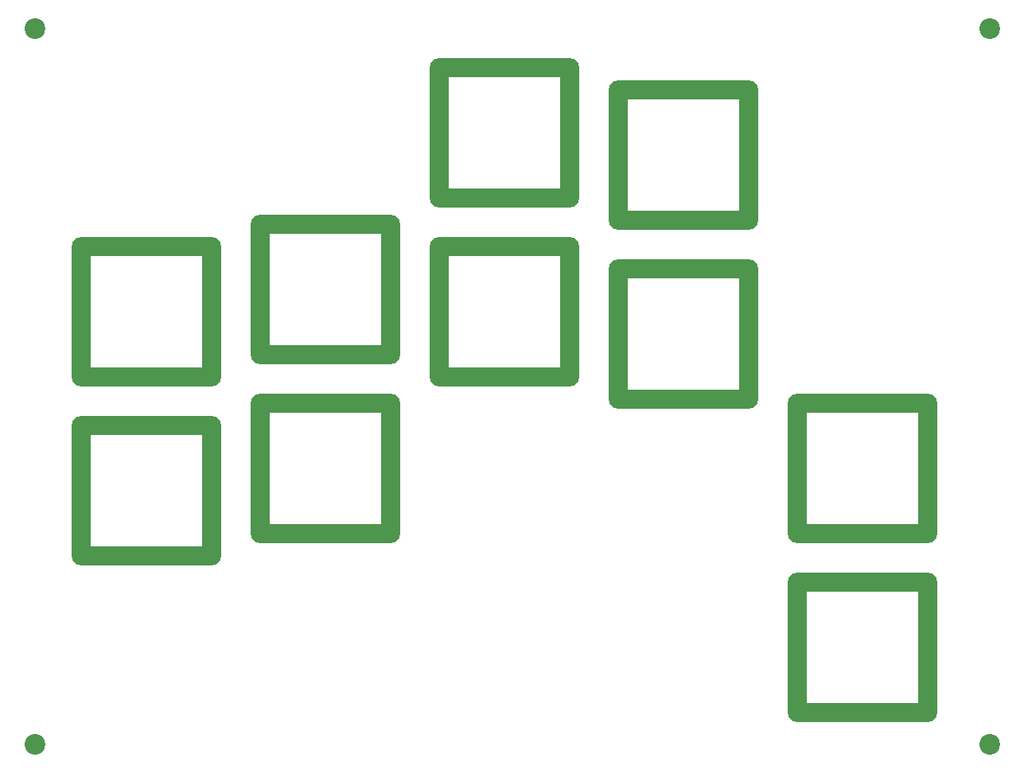
<source format=gbr>
%TF.GenerationSoftware,KiCad,Pcbnew,7.0.9*%
%TF.CreationDate,2023-11-17T20:14:56+09:00*%
%TF.ProjectId,Assemble,41737365-6d62-46c6-952e-6b696361645f,rev?*%
%TF.SameCoordinates,Original*%
%TF.FileFunction,Soldermask,Bot*%
%TF.FilePolarity,Negative*%
%FSLAX46Y46*%
G04 Gerber Fmt 4.6, Leading zero omitted, Abs format (unit mm)*
G04 Created by KiCad (PCBNEW 7.0.9) date 2023-11-17 20:14:56*
%MOMM*%
%LPD*%
G01*
G04 APERTURE LIST*
%ADD10O,2.000000X15.900000*%
%ADD11O,15.900000X2.000000*%
%ADD12C,2.200000*%
G04 APERTURE END LIST*
D10*
%TO.C,SW1*%
X24006250Y-138112500D03*
D11*
X30956250Y-131162500D03*
X30956250Y-145062500D03*
D10*
X37906250Y-138112500D03*
%TD*%
%TO.C,SW6*%
X62106250Y-138112500D03*
D11*
X69056250Y-131162500D03*
X69056250Y-145062500D03*
D10*
X76006250Y-138112500D03*
%TD*%
D12*
%TO.C,Ref\u002A\u002A*%
X120650000Y-184150000D03*
%TD*%
%TO.C,Ref\u002A\u002A*%
X19050000Y-184150000D03*
%TD*%
D10*
%TO.C,SW3*%
X43056250Y-135731250D03*
D11*
X50006250Y-128781250D03*
X50006250Y-142681250D03*
D10*
X56956250Y-135731250D03*
%TD*%
%TO.C,SW2*%
X24006250Y-157162500D03*
D11*
X30956250Y-150212500D03*
X30956250Y-164112500D03*
D10*
X37906250Y-157162500D03*
%TD*%
%TO.C,SW7*%
X81156250Y-121443750D03*
D11*
X88106250Y-114493750D03*
X88106250Y-128393750D03*
D10*
X95056250Y-121443750D03*
%TD*%
%TO.C,SW9*%
X100206250Y-154781250D03*
D11*
X107156250Y-147831250D03*
X107156250Y-161731250D03*
D10*
X114106250Y-154781250D03*
%TD*%
D12*
%TO.C,Ref\u002A\u002A*%
X120650000Y-107950000D03*
%TD*%
D10*
%TO.C,SW4*%
X43056250Y-154781250D03*
D11*
X50006250Y-147831250D03*
X50006250Y-161731250D03*
D10*
X56956250Y-154781250D03*
%TD*%
%TO.C,SW8*%
X81156250Y-140493750D03*
D11*
X88106250Y-133543750D03*
X88106250Y-147443750D03*
D10*
X95056250Y-140493750D03*
%TD*%
D12*
%TO.C,Ref\u002A\u002A*%
X19050000Y-107950000D03*
%TD*%
D10*
%TO.C,SW10*%
X100206250Y-173831250D03*
D11*
X107156250Y-166881250D03*
X107156250Y-180781250D03*
D10*
X114106250Y-173831250D03*
%TD*%
%TO.C,SW5*%
X62106250Y-119062500D03*
D11*
X69056250Y-112112500D03*
X69056250Y-126012500D03*
D10*
X76006250Y-119062500D03*
%TD*%
M02*

</source>
